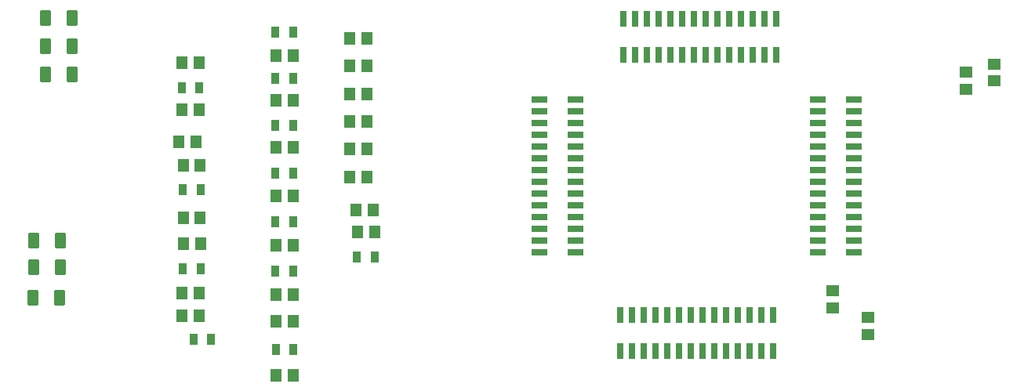
<source format=gtp>
G04*
G04 #@! TF.GenerationSoftware,Altium Limited,Altium Designer,24.0.1 (36)*
G04*
G04 Layer_Color=8421504*
%FSLAX44Y44*%
%MOMM*%
G71*
G04*
G04 #@! TF.SameCoordinates,BB923111-6D0E-4387-AAE4-9FFB48530C1F*
G04*
G04*
G04 #@! TF.FilePolarity,Positive*
G04*
G01*
G75*
%ADD12R,1.7000X0.7400*%
%ADD13R,0.7400X1.7000*%
%ADD14R,1.3500X1.1500*%
%ADD15R,1.1500X1.3500*%
%ADD16R,0.9000X1.3000*%
G04:AMPARAMS|DCode=17|XSize=1.75mm|YSize=1.25mm|CornerRadius=0.3125mm|HoleSize=0mm|Usage=FLASHONLY|Rotation=90.000|XOffset=0mm|YOffset=0mm|HoleType=Round|Shape=RoundedRectangle|*
%AMROUNDEDRECTD17*
21,1,1.7500,0.6250,0,0,90.0*
21,1,1.1250,1.2500,0,0,90.0*
1,1,0.6250,0.3125,0.5625*
1,1,0.6250,0.3125,-0.5625*
1,1,0.6250,-0.3125,-0.5625*
1,1,0.6250,-0.3125,0.5625*
%
%ADD17ROUNDEDRECTD17*%
D12*
X695680Y168720D02*
D03*
X734680D02*
D03*
X995680D02*
D03*
X1034680D02*
D03*
X695680Y181420D02*
D03*
Y194120D02*
D03*
Y206820D02*
D03*
Y219520D02*
D03*
Y232220D02*
D03*
Y244920D02*
D03*
Y257620D02*
D03*
Y270320D02*
D03*
Y283020D02*
D03*
Y295720D02*
D03*
Y308420D02*
D03*
Y321120D02*
D03*
Y333820D02*
D03*
X734680Y181420D02*
D03*
Y194120D02*
D03*
Y206820D02*
D03*
Y219520D02*
D03*
Y232220D02*
D03*
Y244920D02*
D03*
Y257620D02*
D03*
Y270320D02*
D03*
Y283020D02*
D03*
Y295720D02*
D03*
Y308420D02*
D03*
Y321120D02*
D03*
Y333820D02*
D03*
X995680Y181420D02*
D03*
Y194120D02*
D03*
Y206820D02*
D03*
Y219520D02*
D03*
Y232220D02*
D03*
Y244920D02*
D03*
Y257620D02*
D03*
Y270320D02*
D03*
Y283020D02*
D03*
Y295720D02*
D03*
Y308420D02*
D03*
Y321120D02*
D03*
Y333820D02*
D03*
X1034680Y257620D02*
D03*
Y270320D02*
D03*
Y283020D02*
D03*
Y295720D02*
D03*
Y308420D02*
D03*
Y321120D02*
D03*
Y333820D02*
D03*
Y206820D02*
D03*
Y194120D02*
D03*
Y181420D02*
D03*
Y219520D02*
D03*
Y232220D02*
D03*
Y244920D02*
D03*
D13*
X786320Y381770D02*
D03*
Y420770D02*
D03*
X782630Y100770D02*
D03*
Y61770D02*
D03*
X799020Y420770D02*
D03*
X811720D02*
D03*
X824420D02*
D03*
X849820D02*
D03*
X837120D02*
D03*
X862520D02*
D03*
X875220D02*
D03*
X887920D02*
D03*
X913320D02*
D03*
X900620D02*
D03*
X926020D02*
D03*
X938720D02*
D03*
X951420D02*
D03*
X799020Y381770D02*
D03*
X811720D02*
D03*
X824420D02*
D03*
X837120D02*
D03*
X849820D02*
D03*
X862520D02*
D03*
X875220D02*
D03*
X887920D02*
D03*
X900620D02*
D03*
X913320D02*
D03*
X926020D02*
D03*
X938720D02*
D03*
X951420D02*
D03*
X808030Y100770D02*
D03*
X795330D02*
D03*
X820730D02*
D03*
X833430D02*
D03*
X846130D02*
D03*
X858830D02*
D03*
X871530D02*
D03*
X884230D02*
D03*
X896930D02*
D03*
X909630D02*
D03*
X922330D02*
D03*
X935030D02*
D03*
X947730D02*
D03*
X795330Y61770D02*
D03*
X808030D02*
D03*
X820730D02*
D03*
X833430D02*
D03*
X846130D02*
D03*
X871530D02*
D03*
X858830D02*
D03*
X884230D02*
D03*
X896930D02*
D03*
X909630D02*
D03*
X922330D02*
D03*
X935030D02*
D03*
X947730D02*
D03*
D14*
X1050290Y98150D02*
D03*
Y79650D02*
D03*
X1155700Y363220D02*
D03*
Y344720D02*
D03*
X1186180Y372110D02*
D03*
Y353610D02*
D03*
X1012190Y127360D02*
D03*
Y108860D02*
D03*
D15*
X309520Y322580D02*
D03*
X328020D02*
D03*
X327980Y373380D02*
D03*
X309480D02*
D03*
X305710Y288290D02*
D03*
X324210D02*
D03*
X329250Y262890D02*
D03*
X310750D02*
D03*
X309520Y100330D02*
D03*
X328020D02*
D03*
X310790Y177800D02*
D03*
X329290D02*
D03*
X498750Y190500D02*
D03*
X517250D02*
D03*
X329250Y205740D02*
D03*
X310750D02*
D03*
X515980Y214630D02*
D03*
X497480D02*
D03*
X328020Y124460D02*
D03*
X309520D02*
D03*
X429620Y35560D02*
D03*
X411120D02*
D03*
X429250Y123190D02*
D03*
X410750D02*
D03*
X429250Y176530D02*
D03*
X410750D02*
D03*
X429250Y229870D02*
D03*
X410750D02*
D03*
X429250Y281940D02*
D03*
X410750D02*
D03*
X429250Y332740D02*
D03*
X410750D02*
D03*
X429250Y381000D02*
D03*
X410750D02*
D03*
X411120Y93980D02*
D03*
X429620D02*
D03*
X490750Y340000D02*
D03*
X509250D02*
D03*
X490750Y370000D02*
D03*
X509250D02*
D03*
X490750Y280000D02*
D03*
X509250D02*
D03*
X490750Y310000D02*
D03*
X509250D02*
D03*
X490750Y250000D02*
D03*
X509250D02*
D03*
X490750Y400000D02*
D03*
X509250D02*
D03*
D16*
X328230Y346710D02*
D03*
X309230D02*
D03*
X329500Y236220D02*
D03*
X310500D02*
D03*
X340970Y74930D02*
D03*
X321970D02*
D03*
X329540Y151130D02*
D03*
X310540D02*
D03*
X517500Y163830D02*
D03*
X498500D02*
D03*
X429870Y63500D02*
D03*
X410870D02*
D03*
X429500Y148590D02*
D03*
X410500D02*
D03*
X429500Y201930D02*
D03*
X410500D02*
D03*
X429500Y254000D02*
D03*
X410500D02*
D03*
X429500Y306070D02*
D03*
X410500D02*
D03*
X429500Y356870D02*
D03*
X410500D02*
D03*
X429500Y406400D02*
D03*
X410500D02*
D03*
D17*
X177090Y119380D02*
D03*
X148590D02*
D03*
X178080Y181610D02*
D03*
X149580D02*
D03*
X178080Y152400D02*
D03*
X149580D02*
D03*
X162280Y421640D02*
D03*
X190780D02*
D03*
X162280Y391160D02*
D03*
X190780D02*
D03*
X162280Y360680D02*
D03*
X190780D02*
D03*
M02*

</source>
